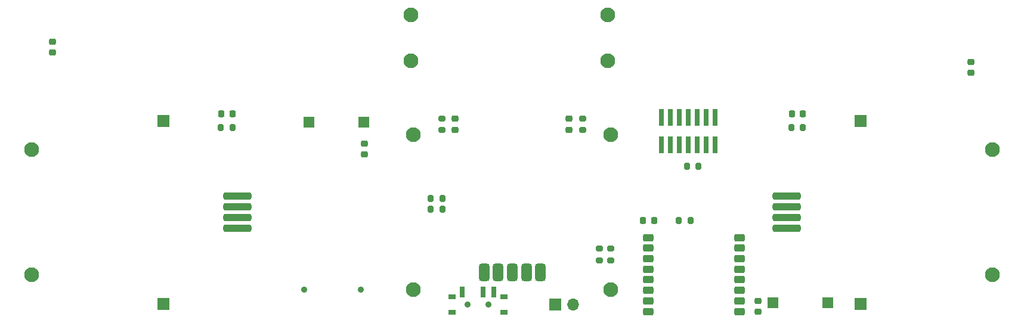
<source format=gbr>
%TF.GenerationSoftware,KiCad,Pcbnew,8.0.4*%
%TF.CreationDate,2024-11-30T13:52:58+01:00*%
%TF.ProjectId,ALL_PCBS,414c4c5f-5043-4425-932e-6b696361645f,rev?*%
%TF.SameCoordinates,Original*%
%TF.FileFunction,Soldermask,Top*%
%TF.FilePolarity,Negative*%
%FSLAX46Y46*%
G04 Gerber Fmt 4.6, Leading zero omitted, Abs format (unit mm)*
G04 Created by KiCad (PCBNEW 8.0.4) date 2024-11-30 13:52:58*
%MOMM*%
%LPD*%
G01*
G04 APERTURE LIST*
G04 Aperture macros list*
%AMRoundRect*
0 Rectangle with rounded corners*
0 $1 Rounding radius*
0 $2 $3 $4 $5 $6 $7 $8 $9 X,Y pos of 4 corners*
0 Add a 4 corners polygon primitive as box body*
4,1,4,$2,$3,$4,$5,$6,$7,$8,$9,$2,$3,0*
0 Add four circle primitives for the rounded corners*
1,1,$1+$1,$2,$3*
1,1,$1+$1,$4,$5*
1,1,$1+$1,$6,$7*
1,1,$1+$1,$8,$9*
0 Add four rect primitives between the rounded corners*
20,1,$1+$1,$2,$3,$4,$5,0*
20,1,$1+$1,$4,$5,$6,$7,0*
20,1,$1+$1,$6,$7,$8,$9,0*
20,1,$1+$1,$8,$9,$2,$3,0*%
G04 Aperture macros list end*
%ADD10RoundRect,0.200000X0.200000X0.275000X-0.200000X0.275000X-0.200000X-0.275000X0.200000X-0.275000X0*%
%ADD11C,2.100000*%
%ADD12R,1.000000X0.800000*%
%ADD13C,0.900000*%
%ADD14R,0.700000X1.500000*%
%ADD15RoundRect,0.200000X-0.200000X-0.275000X0.200000X-0.275000X0.200000X0.275000X-0.200000X0.275000X0*%
%ADD16R,1.700000X1.700000*%
%ADD17R,0.740000X2.400000*%
%ADD18RoundRect,0.225000X-0.250000X0.225000X-0.250000X-0.225000X0.250000X-0.225000X0.250000X0.225000X0*%
%ADD19RoundRect,0.225000X0.250000X-0.225000X0.250000X0.225000X-0.250000X0.225000X-0.250000X-0.225000X0*%
%ADD20R,1.500000X1.500000*%
%ADD21O,1.700000X1.700000*%
%ADD22RoundRect,0.218750X-0.218750X-0.256250X0.218750X-0.256250X0.218750X0.256250X-0.218750X0.256250X0*%
%ADD23RoundRect,0.200000X0.275000X-0.200000X0.275000X0.200000X-0.275000X0.200000X-0.275000X-0.200000X0*%
%ADD24RoundRect,0.250000X1.750000X0.250000X-1.750000X0.250000X-1.750000X-0.250000X1.750000X-0.250000X0*%
%ADD25RoundRect,0.200000X-0.275000X0.200000X-0.275000X-0.200000X0.275000X-0.200000X0.275000X0.200000X0*%
%ADD26RoundRect,0.375000X0.375000X-0.875000X0.375000X0.875000X-0.375000X0.875000X-0.375000X-0.875000X0*%
%ADD27RoundRect,0.275000X0.475000X0.275000X-0.475000X0.275000X-0.475000X-0.275000X0.475000X-0.275000X0*%
%ADD28RoundRect,0.250000X-1.750000X-0.250000X1.750000X-0.250000X1.750000X0.250000X-1.750000X0.250000X0*%
%ADD29RoundRect,0.218750X-0.256250X0.218750X-0.256250X-0.218750X0.256250X-0.218750X0.256250X0.218750X0*%
G04 APERTURE END LIST*
D10*
%TO.C,R8*%
X188600000Y-120375000D03*
X186950000Y-120375000D03*
%TD*%
D11*
%TO.C,REF\u002A\u002A*%
X177300000Y-130200000D03*
%TD*%
D12*
%TO.C,BOOT*%
X154800000Y-131200000D03*
X154800000Y-133410000D03*
D13*
X156950000Y-132310000D03*
X159950000Y-132310000D03*
D12*
X162100000Y-131200000D03*
X162100000Y-133410000D03*
D14*
X156200000Y-130550000D03*
X159200000Y-130550000D03*
X160700000Y-130550000D03*
%TD*%
D15*
%TO.C,R13*%
X151750000Y-118800000D03*
X153400000Y-118800000D03*
%TD*%
D16*
%TO.C,P1*%
X212800000Y-106200000D03*
%TD*%
D11*
%TO.C,REF\u002A\u002A*%
X95100000Y-110300000D03*
%TD*%
D16*
%TO.C,P4*%
X113800000Y-106200000D03*
%TD*%
D17*
%TO.C,PROG*%
X184450000Y-109600000D03*
X184450000Y-105700000D03*
X185720000Y-109600000D03*
X185720000Y-105700000D03*
X186990000Y-109600000D03*
X186990000Y-105700000D03*
X188260000Y-109600000D03*
X188260000Y-105700000D03*
X189530000Y-109600000D03*
X189530000Y-105700000D03*
X190800000Y-109600000D03*
X190800000Y-105700000D03*
X192070000Y-109600000D03*
X192070000Y-105700000D03*
%TD*%
D18*
%TO.C,C27*%
X198210000Y-131775000D03*
X198210000Y-133325000D03*
%TD*%
D16*
%TO.C,P2*%
X212800000Y-132200000D03*
%TD*%
D19*
%TO.C,C9*%
X142300000Y-110975000D03*
X142300000Y-109425000D03*
%TD*%
D16*
%TO.C,P3*%
X113800000Y-132200000D03*
%TD*%
D18*
%TO.C,C1*%
X228450000Y-97875000D03*
X228450000Y-99425000D03*
%TD*%
D11*
%TO.C,REF\u002A\u002A*%
X149300000Y-108200000D03*
%TD*%
D20*
%TO.C,KEY*%
X200300000Y-132090000D03*
X208100000Y-132090000D03*
%TD*%
D10*
%TO.C,R7*%
X204575000Y-107200000D03*
X202925000Y-107200000D03*
%TD*%
D16*
%TO.C,+VIN-*%
X169410000Y-132290000D03*
D21*
X171950000Y-132290000D03*
%TD*%
D22*
%TO.C,D7*%
X181882500Y-120380000D03*
X183457500Y-120380000D03*
%TD*%
D15*
%TO.C,R14*%
X151750000Y-117250000D03*
X153400000Y-117250000D03*
%TD*%
D11*
%TO.C,REF\u002A\u002A*%
X231500000Y-128100000D03*
%TD*%
D23*
%TO.C,R2*%
X153300000Y-107525000D03*
X153300000Y-105875000D03*
%TD*%
%TO.C,R1*%
X173300000Y-107525000D03*
X173300000Y-105875000D03*
%TD*%
D20*
%TO.C,RESET*%
X134425000Y-106425000D03*
X142225000Y-106425000D03*
%TD*%
D10*
%TO.C,R3*%
X123575000Y-107175000D03*
X121925000Y-107175000D03*
%TD*%
D24*
%TO.C,Encoder_L1*%
X124300000Y-121450000D03*
X124300000Y-119950000D03*
X124300000Y-118450000D03*
X124300000Y-116950000D03*
%TD*%
D25*
%TO.C,R4*%
X175670000Y-124370000D03*
X175670000Y-126020000D03*
%TD*%
D11*
%TO.C,REF\u002A\u002A*%
X149300000Y-130200000D03*
%TD*%
D22*
%TO.C,D3*%
X122012500Y-105200000D03*
X123587500Y-105200000D03*
%TD*%
D26*
%TO.C,IMU*%
X159325000Y-127725000D03*
X161325000Y-127725000D03*
X163325000Y-127725000D03*
X165325000Y-127725000D03*
X167325000Y-127725000D03*
%TD*%
D27*
%TO.C,U7*%
X195590000Y-133300000D03*
X195590000Y-131800000D03*
X195590000Y-130300000D03*
X195590000Y-128800000D03*
X195590000Y-127300000D03*
X195590000Y-125800000D03*
X195590000Y-124300000D03*
X195590000Y-122800000D03*
X182590000Y-122800000D03*
X182590000Y-124300000D03*
X182590000Y-125800000D03*
X182590000Y-127300000D03*
X182590000Y-128800000D03*
X182590000Y-130300000D03*
X182590000Y-131800000D03*
X182590000Y-133300000D03*
%TD*%
D11*
%TO.C,REF\u002A\u002A*%
X177300000Y-108200000D03*
%TD*%
D22*
%TO.C,D6*%
X203012500Y-105200000D03*
X204587500Y-105200000D03*
%TD*%
D28*
%TO.C,Encoder_L2*%
X202300000Y-116950000D03*
X202300000Y-118450000D03*
X202300000Y-119950000D03*
X202300000Y-121450000D03*
%TD*%
D11*
%TO.C,REF\u002A\u002A*%
X231500000Y-110300000D03*
%TD*%
D15*
%TO.C,R5*%
X188095000Y-112700000D03*
X189745000Y-112700000D03*
%TD*%
D19*
%TO.C,C1*%
X98000000Y-96525000D03*
X98000000Y-94975000D03*
%TD*%
D23*
%TO.C,R6*%
X177300000Y-126025000D03*
X177300000Y-124375000D03*
%TD*%
D29*
%TO.C,D2*%
X155220000Y-105940000D03*
X155220000Y-107515000D03*
%TD*%
%TO.C,D1*%
X171370000Y-105940000D03*
X171370000Y-107515000D03*
%TD*%
D11*
%TO.C,REF\u002A\u002A*%
X95100000Y-128100000D03*
%TD*%
%TO.C,REF\u002A\u002A*%
X176900000Y-91200000D03*
%TD*%
%TO.C,REF\u002A\u002A*%
X148900000Y-91200000D03*
%TD*%
%TO.C,REF\u002A\u002A*%
X148900000Y-97700000D03*
%TD*%
D13*
%TO.C,SD_Card*%
X133800000Y-130200000D03*
X141800000Y-130200000D03*
%TD*%
D11*
%TO.C,REF\u002A\u002A*%
X176900000Y-97700000D03*
%TD*%
M02*

</source>
